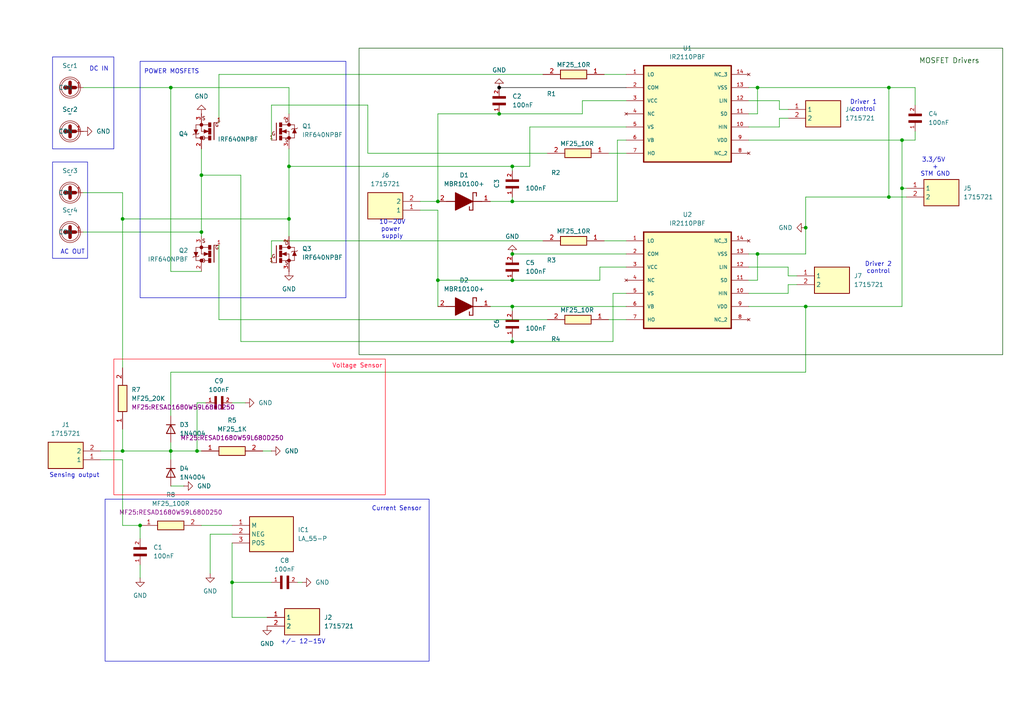
<source format=kicad_sch>
(kicad_sch (version 20231120) (generator "eeschema") (generator_version "8.0")
  (paper "A4")
  (lib_symbols
    (symbol "1715721:1715721"
      (property "Reference" "J" (at 16.51 7.62 0))
      (property "Value" "1715721" (at 16.51 5.08 0))
      (symbol "1715721_1_1"
        (pin passive line (at 0 0 0) (length 5.08) (name "1") (number "1"))
        (pin passive line (at 0 -2.54 0) (length 5.08) (name "2") (number "2"))
      )
    )
    (symbol "B32529C1104K000:B32529C1104K000" (pin_names (offset 1.016))
      (property "Reference" "C" (at 0 3.8109 0))
      (property "Value" "B32529C1104K000" (at 0 -5.0885 0))
      (symbol "B32529C1104K000_0_0"
        (pin passive line (at -2.54 0 0) (length 2.54) (name "~") (number "1"))
        (pin passive line (at 5.08 0 180) (length 2.54) (name "~") (number "2"))
      )
    )
    (symbol "Diode:1N4004" (pin_numbers hide) (pin_names hide)
      (property "Reference" "D" (at 0 2.54 0))
      (property "Value" "1N4004" (at 0 -2.54 0))
      (symbol "1N4004_1_1"
        (pin passive line (at -3.81 0 0) (length 2.54) (name "K") (number "1"))
        (pin passive line (at 3.81 0 180) (length 2.54) (name "A") (number "2"))
      )
    )
    (symbol "IR2110PBF:IR2110PBF" (pin_names (offset 1.016))
      (property "Reference" "U" (at -4.4455 23.1927 0))
      (property "Value" "IR2110PBF" (at -3.0018 -32.8675 0))
      (symbol "IR2110PBF_0_0"
        (pin output line (at -17.78 11.43 0) (length 5.08) (name "LO") (number "1"))
        (pin input line (at 17.78 -3.81 180) (length 5.08) (name "HIN") (number "10"))
        (pin input line (at 17.78 0 180) (length 5.08) (name "SD") (number "11"))
        (pin input line (at 17.78 3.81 180) (length 5.08) (name "LIN") (number "12"))
        (pin power_in line (at 17.78 7.62 180) (length 5.08) (name "VSS") (number "13"))
        (pin no_connect line (at 17.78 11.43 180) (length 5.08) (name "NC_3") (number "14"))
        (pin passive line (at -17.78 7.62 0) (length 5.08) (name "COM") (number "2"))
        (pin power_in line (at -17.78 3.81 0) (length 5.08) (name "VCC") (number "3"))
        (pin no_connect line (at -17.78 0 0) (length 5.08) (name "NC") (number "4"))
        (pin power_in line (at -17.78 -3.81 0) (length 5.08) (name "VS") (number "5"))
        (pin power_in line (at -17.78 -7.62 0) (length 5.08) (name "VB") (number "6"))
        (pin output line (at -17.78 -11.43 0) (length 5.08) (name "HO") (number "7"))
        (pin no_connect line (at 17.78 -11.43 180) (length 5.08) (name "NC_2") (number "8"))
        (pin power_in line (at 17.78 -7.62 180) (length 5.08) (name "VDD") (number "9"))
      )
    )
    (symbol "IRF640NPBF:IRF640NPBF" (pin_names (offset 1.016))
      (property "Reference" "Q" (at 6.361 0 0))
      (property "Value" "IRF640NPBF" (at 6.351 -2.5404 0))
      (symbol "IRF640NPBF_0_0"
        (text "D" (at 1.2714 2.5428 0) (effects (font (size 1.0171 1.0171)) (justify left bottom)))
        (text "G" (at -2.543 -1.2715 0) (effects (font (size 1.0172 1.0172)) (justify left bottom)))
        (text "S" (at 1.2724 -3.181 0) (effects (font (size 1.0179 1.0179)) (justify left bottom)))
        (pin passive line (at -2.54 -2.54 0) (length 0) (name "~") (number "1"))
        (pin passive line (at 2.54 5.08 270) (length 2.54) (name "~") (number "2"))
        (pin passive line (at 2.54 -5.08 90) (length 2.54) (name "~") (number "3"))
      )
    )
    (symbol "LA_55-P:LA_55-P"
      (property "Reference" "IC" (at 19.05 7.62 0))
      (property "Value" "LA_55-P" (at 19.05 5.08 0))
      (symbol "LA_55-P_1_1"
        (pin passive line (at 0 0 0) (length 5.08) (name "M") (number "1"))
        (pin passive line (at 0 -2.54 0) (length 5.08) (name "NEG") (number "2"))
        (pin passive line (at 0 -5.08 0) (length 5.08) (name "POS") (number "3"))
      )
    )
    (symbol "MBR10100+:MBR10100+" (pin_names hide)
      (property "Reference" "D" (at 12.7 8.89 0))
      (property "Value" "MBR10100+" (at 12.7 6.35 0))
      (symbol "MBR10100+_1_1"
        (pin passive line (at 2.54 0 0) (length 2.54) (name "K") (number "1"))
        (pin passive line (at 17.78 0 180) (length 2.54) (name "A") (number "2"))
      )
    )
    (symbol "MF25_10R:MF25_10R" (pin_names hide)
      (property "Reference" "R" (at 13.97 6.35 0))
      (property "Value" "MF25_10R" (at 13.97 3.81 0))
      (property "Footprint" "MF25:RESAD1680W59L680D250" (at 13.97 -96.19 0))
      (symbol "MF25_10R_1_1"
        (pin passive line (at 0 0 0) (length 5.08) (name "1") (number "1"))
        (pin passive line (at 17.78 0 180) (length 5.08) (name "2") (number "2"))
      )
    )
    (symbol "Screw_6mm_1"
      (property "Reference" "Scr" (at 0 5.08 0))
      (symbol "Screw_6mm_1_1_1"
        (pin input line (at 3.81 0 180) (length 2.54) (name "CON") (number "1"))
      )
    )
    (symbol "power:GND" (power) (pin_numbers hide) (pin_names (offset 0) hide)
      (property "Value" "GND" (at 0 -3.81 0))
      (symbol "GND_1_1"
        (pin power_in line (at 0 0 270) (length 0) (name "~") (number "1"))
      )
    )
  )
  (junction (at 83.82 48.26))
  (junction (at 144.78 33.02))
  (junction (at 58.42 50.8))
  (junction (at 257.81 57.15))
  (junction (at 57.15 130.81))
  (junction (at 261.62 54.61))
  (junction (at 40.64 152.4))
  (junction (at 233.68 88.9))
  (junction (at 67.31 168.91))
  (junction (at 144.78 25.4) (color 0 0 0 1))
  (junction (at 35.56 63.5))
  (junction (at 148.59 58.42))
  (junction (at 148.59 48.26))
  (junction (at 257.81 25.4))
  (junction (at 148.59 73.66))
  (junction (at 148.59 99.06))
  (junction (at 49.53 130.81))
  (junction (at 127 81.28))
  (junction (at 219.71 25.4))
  (junction (at 233.68 66.04))
  (junction (at 148.59 88.9))
  (junction (at 219.71 73.66))
  (junction (at 261.62 40.64))
  (junction (at 83.82 63.5))
  (junction (at 58.42 67.31))
  (junction (at 127 58.42))
  (junction (at 148.59 81.28))
  (junction (at 49.53 25.4))
  (junction (at 35.56 130.81))
  (wire (pts (xy 63.5 71.12) (xy 63.5 92.71)))
  (wire (pts (xy 148.59 48.26) (xy 148.59 49.53)))
  (wire (pts (xy 69.85 99.06) (xy 69.85 50.8)))
  (wire (pts (xy 179.07 40.64) (xy 181.61 40.64)))
  (wire (pts (xy 217.17 81.28) (xy 219.71 81.28)))
  (wire (pts (xy 148.59 48.26) (xy 153.67 48.26)))
  (wire (pts (xy 148.59 99.06) (xy 177.8 99.06)))
  (wire (pts (xy 233.68 88.9) (xy 233.68 107.95)))
  (wire (pts (xy 49.53 78.74) (xy 58.42 78.74)))
  (wire (pts (xy 181.61 29.21) (xy 168.91 29.21)))
  (wire (pts (xy 40.64 152.4) (xy 40.64 156.21)))
  (wire (pts (xy 233.68 88.9) (xy 261.62 88.9)))
  (wire (pts (xy 168.91 33.02) (xy 144.78 33.02)))
  (wire (pts (xy 49.53 25.4) (xy 49.53 78.74)))
  (wire (pts (xy 226.06 36.83) (xy 217.17 36.83)))
  (wire (pts (xy 148.59 88.9) (xy 181.61 88.9)))
  (wire (pts (xy 226.06 36.83) (xy 226.06 34.29)))
  (wire (pts (xy 219.71 81.28) (xy 219.71 73.66)))
  (wire (pts (xy 228.6 82.55) (xy 231.14 82.55)))
  (wire (pts (xy 142.24 88.9) (xy 148.59 88.9)))
  (wire (pts (xy 106.68 30.48) (xy 106.68 44.45)))
  (wire (pts (xy 35.56 133.35) (xy 35.56 152.4)))
  (wire (pts (xy 148.59 73.66) (xy 181.61 73.66)))
  (wire (pts (xy 179.07 58.42) (xy 179.07 40.64)))
  (wire (pts (xy 228.6 80.01) (xy 228.6 77.47)))
  (wire (pts (xy 257.81 57.15) (xy 233.68 57.15)))
  (wire (pts (xy 148.59 97.79) (xy 148.59 99.06)))
  (wire (pts (xy 49.53 107.95) (xy 233.68 107.95)))
  (wire (pts (xy 67.31 157.48) (xy 67.31 168.91)))
  (wire (pts (xy 265.43 25.4) (xy 257.81 25.4)))
  (wire (pts (xy 121.92 60.96) (xy 127 60.96)))
  (wire (pts (xy 261.62 54.61) (xy 262.89 54.61)))
  (wire (pts (xy 148.59 58.42) (xy 179.07 58.42)))
  (wire (pts (xy 219.71 73.66) (xy 233.68 73.66)))
  (wire (pts (xy 127 60.96) (xy 127 81.28)))
  (wire (pts (xy 157.48 21.59) (xy 63.5 21.59)))
  (wire (pts (xy 35.56 55.88) (xy 35.56 63.5)))
  (wire (pts (xy 127 33.02) (xy 144.78 33.02)))
  (wire (pts (xy 49.53 107.95) (xy 49.53 120.65)))
  (wire (pts (xy 233.68 66.04) (xy 233.68 73.66)))
  (wire (pts (xy 257.81 25.4) (xy 257.81 57.15)))
  (wire (pts (xy 181.61 77.47) (xy 173.99 77.47)))
  (wire (pts (xy 228.6 82.55) (xy 228.6 85.09)))
  (wire (pts (xy 226.06 29.21) (xy 226.06 31.75)))
  (wire (pts (xy 35.56 152.4) (xy 40.64 152.4)))
  (wire (pts (xy 87.63 168.91) (xy 86.36 168.91)))
  (wire (pts (xy 158.75 44.45) (xy 106.68 44.45)))
  (wire (pts (xy 78.74 130.81) (xy 76.2 130.81)))
  (wire (pts (xy 233.68 57.15) (xy 233.68 66.04)))
  (wire (pts (xy 77.47 179.07) (xy 67.31 179.07)))
  (wire (pts (xy 261.62 40.64) (xy 265.43 40.64)))
  (wire (pts (xy 78.74 30.48) (xy 78.74 40.64)))
  (wire (pts (xy 148.59 57.15) (xy 148.59 58.42)))
  (wire (pts (xy 217.17 33.02) (xy 219.71 33.02)))
  (wire (pts (xy 127 81.28) (xy 148.59 81.28)))
  (wire (pts (xy 121.92 58.42) (xy 127 58.42)))
  (wire (pts (xy 78.74 76.2) (xy 78.74 69.85)))
  (wire (pts (xy 35.56 124.46) (xy 35.56 130.81)))
  (wire (pts (xy 83.82 63.5) (xy 83.82 68.58)))
  (wire (pts (xy 59.69 116.84) (xy 57.15 116.84)))
  (wire (pts (xy 228.6 77.47) (xy 217.17 77.47)))
  (wire (pts (xy 49.53 130.81) (xy 57.15 130.81)))
  (wire (pts (xy 24.13 25.4) (xy 49.53 25.4)))
  (wire (pts (xy 265.43 38.1) (xy 265.43 40.64)))
  (wire (pts (xy 57.15 116.84) (xy 57.15 130.81)))
  (wire (pts (xy 24.13 67.31) (xy 58.42 67.31)))
  (wire (pts (xy 40.64 163.83) (xy 40.64 167.64)))
  (wire (pts (xy 29.21 130.81) (xy 35.56 130.81)))
  (wire (pts (xy 67.31 168.91) (xy 78.74 168.91)))
  (wire (pts (xy 69.85 99.06) (xy 148.59 99.06)))
  (wire (pts (xy 142.24 58.42) (xy 148.59 58.42)))
  (wire (pts (xy 67.31 116.84) (xy 71.12 116.84)))
  (wire (pts (xy 181.61 85.09) (xy 177.8 85.09)))
  (wire (pts (xy 49.53 130.81) (xy 49.53 133.35)))
  (wire (pts (xy 226.06 31.75) (xy 228.6 31.75)))
  (wire (pts (xy 265.43 30.48) (xy 265.43 25.4)))
  (wire (pts (xy 83.82 48.26) (xy 83.82 63.5)))
  (wire (pts (xy 58.42 50.8) (xy 58.42 67.31)))
  (wire (pts (xy 217.17 25.4) (xy 219.71 25.4)))
  (wire (pts (xy 173.99 81.28) (xy 148.59 81.28)))
  (wire (pts (xy 219.71 25.4) (xy 257.81 25.4)))
  (wire (pts (xy 226.06 34.29) (xy 228.6 34.29)))
  (wire (pts (xy 63.5 92.71) (xy 158.75 92.71)))
  (wire (pts (xy 78.74 69.85) (xy 157.48 69.85)))
  (wire (pts (xy 217.17 29.21) (xy 226.06 29.21)))
  (wire (pts (xy 127 58.42) (xy 127 33.02)))
  (wire (pts (xy 35.56 130.81) (xy 49.53 130.81)))
  (wire (pts (xy 153.67 36.83) (xy 153.67 48.26)))
  (wire (pts (xy 49.53 25.4) (xy 83.82 25.4)))
  (wire (pts (xy 177.8 85.09) (xy 177.8 99.06)))
  (wire (pts (xy 217.17 40.64) (xy 261.62 40.64)))
  (wire (pts (xy 261.62 54.61) (xy 261.62 40.64)))
  (wire (pts (xy 175.26 21.59) (xy 181.61 21.59)))
  (wire (pts (xy 127 81.28) (xy 127 88.9)))
  (wire (pts (xy 262.89 57.15) (xy 257.81 57.15)))
  (wire (pts (xy 173.99 77.47) (xy 173.99 81.28)))
  (wire (pts (xy 58.42 152.4) (xy 67.31 152.4)))
  (wire (pts (xy 83.82 43.18) (xy 83.82 48.26)))
  (wire (pts (xy 261.62 54.61) (xy 261.62 88.9)))
  (wire (pts (xy 49.53 128.27) (xy 49.53 130.81)))
  (wire (pts (xy 60.96 166.37) (xy 60.96 154.94)))
  (wire (pts (xy 63.5 21.59) (xy 63.5 35.56)))
  (wire (pts (xy 217.17 85.09) (xy 228.6 85.09)))
  (wire (pts (xy 60.96 154.94) (xy 67.31 154.94)))
  (wire (pts (xy 144.78 25.4) (xy 181.61 25.4)) (stroke (width 0) (color 0 0 0 1)))
  (wire (pts (xy 217.17 73.66) (xy 219.71 73.66)))
  (wire (pts (xy 176.53 44.45) (xy 181.61 44.45)))
  (wire (pts (xy 168.91 29.21) (xy 168.91 33.02)))
  (wire (pts (xy 29.21 133.35) (xy 35.56 133.35)))
  (wire (pts (xy 176.53 92.71) (xy 181.61 92.71)))
  (wire (pts (xy 49.53 140.97) (xy 53.34 140.97)))
  (wire (pts (xy 24.13 55.88) (xy 35.56 55.88)))
  (wire (pts (xy 58.42 67.31) (xy 58.42 68.58)))
  (wire (pts (xy 83.82 33.02) (xy 83.82 25.4)))
  (wire (pts (xy 83.82 48.26) (xy 148.59 48.26)))
  (wire (pts (xy 78.74 30.48) (xy 106.68 30.48)))
  (wire (pts (xy 148.59 90.17) (xy 148.59 88.9)))
  (wire (pts (xy 228.6 80.01) (xy 231.14 80.01)))
  (wire (pts (xy 219.71 33.02) (xy 219.71 25.4)))
  (wire (pts (xy 58.42 50.8) (xy 69.85 50.8)))
  (wire (pts (xy 181.61 36.83) (xy 153.67 36.83)))
  (wire (pts (xy 58.42 130.81) (xy 57.15 130.81)))
  (wire (pts (xy 175.26 69.85) (xy 181.61 69.85)))
  (wire (pts (xy 35.56 63.5) (xy 35.56 106.68)))
  (wire (pts (xy 58.42 43.18) (xy 58.42 50.8)))
  (wire (pts (xy 35.56 63.5) (xy 83.82 63.5)))
  (wire (pts (xy 217.17 88.9) (xy 233.68 88.9)))
  (wire (pts (xy 67.31 179.07) (xy 67.31 168.91)))
  (rectangle (start 15.24 16.51) (end 33.02 43.18))
  (rectangle (start 40.64 17.78) (end 100.33 86.36))
  (rectangle (start 33.02 104.14) (end 111.76 143.51) (stroke (width 0) (color 255 0 15 1)))
  (rectangle (start 104.14 13.97) (end 290.83 102.87) (stroke (width 0) (color 5 77 0 1)))
  (rectangle (start 15.24 46.99) (end 25.4 74.93))
  (rectangle (start 30.48 144.78) (end 124.46 191.77))
  (text "Sensing output\n" (at 21.59 137.922 0) (effects (font (size 1.27 1.27))))
  (text "POWER MOSFETS\n" (at 49.784 20.828 0) (effects (font (size 1.27 1.27))))
  (text "AC OUT\n" (at 21.082 73.152 0) (effects (font (size 1.27 1.27))))
  (text "+/- 12-15V\n" (at 87.884 186.182 0) (effects (font (size 1.27 1.27))))
  (text "Driver 1\ncontrol" (at 250.444 30.734 0) (effects (font (size 1.27 1.27))))
  (text "MOSFET Drivers\n" (at 275.336 17.78 0) (effects (font (size 1.5 1.5))))
  (text "3.3/5V \n+\nSTM GND" (at 271.272 48.514 0) (effects (font (size 1.27 1.27))))
  (text "Current Sensor" (at 115.062 147.574 0) (effects (font (size 1.27 1.27))))
  (text "Driver 2\ncontrol" (at 254.762 77.724 0) (effects (font (size 1.27 1.27))))
  (text "DC IN\n" (at 28.702 20.066 0) (effects (font (size 1.27 1.27))))
  (text "10-20V\npower \nsupply" (at 113.792 66.548 0) (effects (font (size 1.27 1.27))))
  (text "Voltage Sensor\n" (at 103.632 106.172 0) (effects (font (size 1.27 1.27))))
  (symbol (lib_id "MF25_10R:MF25_10R") (at 175.26 21.59 180) (unit 1)
    (property "Reference" "R1" (at 161.29 27.94 0) (effects (justify left top)))
    (property "Value" "MF25_10R" (at 166.37 18.796 0))
    (property "Footprint" "MF25:RESAD1680W59L680D250" (at 161.29 -74.6 0) (effects (justify left top)))
    (property "Description" "RES, 10R, 1%, 250MW, AXIAL, METAL FILM" (effects (hide yes)))
    (property "Manufacturer_Name" "Multicomp Pro" (effects (hide yes)))
    (property "Manufacturer_Part_Number" "MF25 10R" (effects (hide yes)))
  )
  (symbol (lib_id "IR2110PBF:IR2110PBF") (at 199.39 81.28 0) (unit 1)
    (property "Reference" "U2" (at 199.39 62.23 0))
    (property "Value" "IR2110PBF" (at 199.39 64.77 0))
    (property "Footprint" "IR2110PBF:DIP254P762X533-14" (effects (hide yes)))
    (property "MF" "Infineon" (effects (hide yes)))
    (property "Description_1" "\nHigh and Low Side Driver, All High Voltage Pins On One Side, Separate Logic and Power Ground, Shut-Down\n" (effects (hide yes)))
    (property "PACKAGE" "PDIP-14" (effects (hide yes)))
    (property "MPN" "IR2110PBF" (effects (hide yes)))
    (property "Price" "None" (effects (hide yes)))
    (property "Package" "DIP-14 Infineon" (effects (hide yes)))
    (property "OC_FARNELL" "8638837" (effects (hide yes)))
    (property "SnapEDA_Link" "https://www.snapeda.com/parts/IR2110PBF/Infineon+Technologies/view-part/?ref=snap" (effects (hide yes)))
    (property "MP" "IR2110PBF" (effects (hide yes)))
    (property "Purchase-URL" "https://www.snapeda.com/api/url_track_click_mouser/?unipart_id=547122&manufacturer=Infineon&part_name=IR2110PBF&search_term=ir2110pbf" (effects (hide yes)))
    (property "SUPPLIER" "INTERNATIONAL RECTIFIER" (effects (hide yes)))
    (property "OC_NEWARK" "63J7859" (effects (hide yes)))
    (property "Availability" "In Stock" (effects (hide yes)))
    (property "Check_prices" "https://www.snapeda.com/parts/IR2110PBF/Infineon+Technologies/view-part/?ref=eda" (effects (hide yes)))
  )
  (symbol (lib_id "MF25_10R:MF25_10R") (at 58.42 130.81 0) (unit 1)
    (property "Reference" "R5" (at 67.31 121.92 0))
    (property "Value" "MF25_1K" (at 67.31 124.46 0))
    (property "Footprint" "MF25:RESAD1680W59L680D250" (at 67.31 127 0))
    (property "Description" "RES, 10R, 1%, 250MW, AXIAL, METAL FILM" (effects (hide yes)))
    (property "Manufacturer_Name" "Multicomp Pro" (effects (hide yes)))
    (property "Manufacturer_Part_Number" "MF25 10R" (effects (hide yes)))
  )
  (symbol (lib_id "1715721:1715721") (at 77.47 179.07 0) (unit 1)
    (property "Reference" "J2" (at 93.98 179.0699 0) (effects (justify left)))
    (property "Value" "1715721" (at 93.98 181.6099 0) (effects (justify left)))
    (property "Footprint" "KiCad:1715721" (effects (hide yes)))
    (property "Datasheet" "http://www.phoenixcontact.com/de/produkte/1715721/pdf" (effects (hide yes)))
    (property "Description" "PCB terminal block, nominal current: 17.5 A, rated voltage (III/2): 400 V, nominal cross section: 1.5 mm?, Number of potentials: 2, Number of rows: 1, Number of positions per row: 2, product range: MKDS 1,5, pitch: 5.08 mm, connection method: Screw connection with tension sleeve, mounting: Wave soldering, conductor/PCB connection direction: 0 ?, color: green, Pin layout: Linear pinning, Solder pin [P]: 3.5 mm, type of packaging: packed in cardboard. The article can be aligned to create different nos. of pos" (effects (hide yes)))
    (property "MF" "Phoenix Contact" (effects (hide yes)))
    (property "MAXIMUM_PACKAGE_HEIGHT" "13.95mm" (effects (hide yes)))
    (property "Package" "None" (effects (hide yes)))
    (property "Price" "None" (effects (hide yes)))
    (property "Check_prices" "https://www.snapeda.com/parts/1715721/Phoenix+Contact/view-part/?ref=eda" (effects (hide yes)))
    (property "STANDARD" "Manufacturer Recommendations" (effects (hide yes)))
    (property "PARTREV" "27.04.2017" (effects (hide yes)))
    (property "SnapEDA_Link" "https://www.snapeda.com/parts/1715721/Phoenix+Contact/view-part/?ref=snap" (effects (hide yes)))
    (property "MP" "1715721" (effects (hide yes)))
    (property "Purchase-URL" "https://www.snapeda.com/api/url_track_click_mouser/?unipart_id=51566&manufacturer=Phoenix Contact&part_name=1715721&search_term=1715721" (effects (hide yes)))
    (property "Description_1" "\nPCB Terminal Screw 5.08mm 16AWG 400V 17.5A 2 Position COMBICON MKDS Series | Phoenix Contact 1715721\n" (effects (hide yes)))
    (property "Availability" "In Stock" (effects (hide yes)))
    (property "MANUFACTURER" "Phoenix Contact" (effects (hide yes)))
    (property "Height" "13.95" (effects (hide yes)))
    (property "Mouser Part Number" "651-1715721" (effects (hide yes)))
    (property "Mouser Price/Stock" "https://www.mouser.co.uk/ProductDetail/Phoenix-Contact/1715721?qs=BYlwlsDsB%2FqgmKyTCSucHg%3D%3D" (effects (hide yes)))
    (property "Manufacturer_Name" "Phoenix Contact" (effects (hide yes)))
    (property "Manufacturer_Part_Number" "1715721" (effects (hide yes)))
  )
  (symbol (lib_id "power:GND") (at 60.96 166.37 0) (unit 1)
    (property "Reference" "#PWR09" (effects (hide yes)))
    (property "Value" "GND" (at 60.96 171.45 0))
    (property "Description" "Power symbol creates a global label with name \"GND\" , ground" (effects (hide yes)))
  )
  (symbol (lib_id "B32529C1104K000:B32529C1104K000") (at 144.78 30.48 90) (unit 1)
    (property "Reference" "C2" (at 148.59 27.9399 90) (effects (justify right)))
    (property "Value" "100nF" (at 148.59 30.4799 90) (effects (justify right)))
    (property "Footprint" "B32529C1104K000:CAPRR500W50L730T250H650" (effects (hide yes)))
    (property "MF" "EPCOS" (effects (hide yes)))
    (property "MAXIMUM_PACKAGE_HEIGHT" "0.0 mm" (effects (hide yes)))
    (property "Package" "Radial EPCOS - TDK Electronics" (effects (hide yes)))
    (property "Price" "None" (effects (hide yes)))
    (property "Check_prices" "https://www.snapeda.com/parts/B32529C1104K000/EPCOS/view-part/?ref=eda" (effects (hide yes)))
    (property "STANDARD" "IPC-7351B" (effects (hide yes)))
    (property "PARTREV" "2020-06" (effects (hide yes)))
    (property "SnapEDA_Link" "https://www.snapeda.com/parts/B32529C1104K000/EPCOS/view-part/?ref=snap" (effects (hide yes)))
    (property "MP" "B32529C1104K000" (effects (hide yes)))
    (property "Purchase-URL" "https://www.snapeda.com/api/url_track_click_mouser/?unipart_id=2284668&manufacturer=EPCOS&part_name=B32529C1104K000&search_term=b32529c1104k000" (effects (hide yes)))
    (property "Description_1" "\n0.1 µF Film Capacitor 63V 100V Polyester, Polyethylene Terephthalate (PET), Metallized - Stacked Radial\n" (effects (hide yes)))
    (property "Availability" "In Stock" (effects (hide yes)))
    (property "MANUFACTURER" "TDK" (effects (hide yes)))
    (property "RS_Components_1358304_Purchase_URL" "https://www.snapeda.com/api/url_track_click/https%253A//uk.rs-online.com/web/p/film-capacitors/1358304//%253Futm_campaign%253Dbuynow%2526utm_medium%253Daggregator%2526utm_source%253Dsnapeda%2526cm_mmc%253Daff-_-uk-_-snapeda-_-1358304/?unipart_id=2284668&manufacturer=EPCOS&part_name=B32529C1104K000&search_term=b32529c1104k000" (effects (hide yes)))
    (property "RS_Components_8961332P_Purchase_URL" "https://www.snapeda.com/api/url_track_click/https%253A//uk.rs-online.com/web/p/film-capacitors/8961332p//%253Futm_campaign%253Dbuynow%2526utm_medium%253Daggregator%2526utm_source%253Dsnapeda%2526cm_mmc%253Daff-_-uk-_-snapeda-_-8961332P/?unipart_id=2284668&manufacturer=EPCOS&part_name=B32529C1104K000&search_term=b32529c1104k000" (effects (hide yes)))
    (property "RS_Components_8961332_Purchase_URL" "https://www.snapeda.com/api/url_track_click/https%253A//uk.rs-online.com/web/p/film-capacitors/8961332//%253Futm_campaign%253Dbuynow%2526utm_medium%253Daggregator%2526utm_source%253Dsnapeda%2526cm_mmc%253Daff-_-uk-_-snapeda-_-8961332/?unipart_id=2284668&manufacturer=EPCOS&part_name=B32529C1104K000&search_term=b32529c1104k000" (effects (hide yes)))
  )
  (symbol (lib_id "MF25_10R:MF25_10R") (at 176.53 92.71 180) (unit 1)
    (property "Reference" "R4" (at 162.56 99.06 0) (effects (justify left top)))
    (property "Value" "MF25_10R" (at 167.386 89.916 0))
    (property "Footprint" "MF25:RESAD1680W59L680D250" (at 162.56 -3.48 0) (effects (justify left top)))
    (property "Description" "RES, 10R, 1%, 250MW, AXIAL, METAL FILM" (effects (hide yes)))
    (property "Manufacturer_Name" "Multicomp Pro" (effects (hide yes)))
    (property "Manufacturer_Part_Number" "MF25 10R" (effects (hide yes)))
  )
  (symbol (lib_id "1715721:1715721") (at 262.89 54.61 0) (unit 1)
    (property "Reference" "J5" (at 279.4 54.6099 0) (effects (justify left)))
    (property "Value" "1715721" (at 279.4 57.1499 0) (effects (justify left)))
    (property "Footprint" "KiCad:1715721" (effects (hide yes)))
    (property "Datasheet" "http://www.phoenixcontact.com/de/produkte/1715721/pdf" (effects (hide yes)))
    (property "Description" "PCB terminal block, nominal current: 17.5 A, rated voltage (III/2): 400 V, nominal cross section: 1.5 mm?, Number of potentials: 2, Number of rows: 1, Number of positions per row: 2, product range: MKDS 1,5, pitch: 5.08 mm, connection method: Screw connection with tension sleeve, mounting: Wave soldering, conductor/PCB connection direction: 0 ?, color: green, Pin layout: Linear pinning, Solder pin [P]: 3.5 mm, type of packaging: packed in cardboard. The article can be aligned to create different nos. of pos" (effects (hide yes)))
    (property "MF" "Phoenix Contact" (effects (hide yes)))
    (property "MAXIMUM_PACKAGE_HEIGHT" "13.95mm" (effects (hide yes)))
    (property "Package" "None" (effects (hide yes)))
    (property "Price" "None" (effects (hide yes)))
    (property "Check_prices" "https://www.snapeda.com/parts/1715721/Phoenix+Contact/view-part/?ref=eda" (effects (hide yes)))
    (property "STANDARD" "Manufacturer Recommendations" (effects (hide yes)))
    (property "PARTREV" "27.04.2017" (effects (hide yes)))
    (property "SnapEDA_Link" "https://www.snapeda.com/parts/1715721/Phoenix+Contact/view-part/?ref=snap" (effects (hide yes)))
    (property "MP" "1715721" (effects (hide yes)))
    (property "Purchase-URL" "https://www.snapeda.com/api/url_track_click_mouser/?unipart_id=51566&manufacturer=Phoenix Contact&part_name=1715721&search_term=1715721" (effects (hide yes)))
    (property "Description_1" "\nPCB Terminal Screw 5.08mm 16AWG 400V 17.5A 2 Position COMBICON MKDS Series | Phoenix Contact 1715721\n" (effects (hide yes)))
    (property "Availability" "In Stock" (effects (hide yes)))
    (property "MANUFACTURER" "Phoenix Contact" (effects (hide yes)))
    (property "Height" "13.95" (effects (hide yes)))
    (property "Mouser Part Number" "651-1715721" (effects (hide yes)))
    (property "Mouser Price/Stock" "https://www.mouser.co.uk/ProductDetail/Phoenix-Contact/1715721?qs=BYlwlsDsB%2FqgmKyTCSucHg%3D%3D" (effects (hide yes)))
    (property "Manufacturer_Name" "Phoenix Contact" (effects (hide yes)))
    (property "Manufacturer_Part_Number" "1715721" (effects (hide yes)))
  )
  (symbol (lib_id "power:GND") (at 53.34 140.97 90) (unit 1)
    (property "Reference" "#PWR014" (effects (hide yes)))
    (property "Value" "GND" (at 57.15 140.9699 90) (effects (justify right)))
    (property "Description" "Power symbol creates a global label with name \"GND\" , ground" (effects (hide yes)))
  )
  (symbol (lib_id "LA_55-P:LA_55-P") (at 67.31 152.4 0) (unit 1)
    (property "Reference" "IC1" (at 86.36 153.6699 0) (effects (justify left)))
    (property "Value" "LA_55-P" (at 86.36 156.2099 0) (effects (justify left)))
    (property "Footprint" "LA_55-P:LA55-P" (effects (hide yes)))
    (property "Datasheet" "https://datasheet.datasheetarchive.com/originals/distributors/Datasheets-16/DSA-314841.pdf" (effects (hide yes)))
    (property "Description" "Closed Loop Hall Effect Current Transducer, 0 to 70 A, 12 to 15 V" (effects (hide yes)))
    (property "Manufacturer_Name" "LEM" (effects (hide yes)))
    (property "Manufacturer_Part_Number" "LA 55-P" (effects (hide yes)))
  )
  (symbol (lib_id "MF25_10R:MF25_10R") (at 35.56 124.46 90) (unit 1)
    (property "Reference" "R7" (at 38.1 113.0299 90) (effects (justify right)))
    (property "Value" "MF25_20K" (at 38.1 115.5699 90) (effects (justify right)))
    (property "Footprint" "MF25:RESAD1680W59L680D250" (at 38.1 118.1099 90) (effects (justify right)))
    (property "Datasheet" "https://componentsearchengine.com/Datasheets/2/MF25 10K.pdf" (effects (hide yes)))
    (property "Description" "RES, 10R, 1%, 250MW, AXIAL, METAL FILM" (effects (hide yes)))
    (property "Manufacturer_Name" "Multicomp Pro" (effects (hide yes)))
    (property "Manufacturer_Part_Number" "MF25 10R" (effects (hide yes)))
  )
  (symbol (lib_id "power:GND") (at 40.64 167.64 0) (unit 1)
    (property "Reference" "#PWR010" (effects (hide yes)))
    (property "Value" "GND" (at 40.64 172.72 0))
    (property "Description" "Power symbol creates a global label with name \"GND\" , ground" (effects (hide yes)))
  )
  (symbol (lib_name "Screw_6mm_1") (lib_id "DCAC_Symbols:Screw_6mm") (at 20.32 55.88 0) (unit 1)
    (property "Reference" "Scr3" (at 20.32 49.53 0))
    (property "Value" "~" (at 20.32 50.8 0))
    (property "Footprint" "MountingHole:MountingHole_6.4mm_M6_Pad_Via" (effects (hide yes)))
  )
  (symbol (lib_id "1715721:1715721") (at 228.6 31.75 0) (unit 1)
    (property "Reference" "J4" (at 245.11 31.7499 0) (effects (justify left)))
    (property "Value" "1715721" (at 245.11 34.2899 0) (effects (justify left)))
    (property "Footprint" "KiCad:1715721" (effects (hide yes)))
    (property "Datasheet" "http://www.phoenixcontact.com/de/produkte/1715721/pdf" (effects (hide yes)))
    (property "Description" "PCB terminal block, nominal current: 17.5 A, rated voltage (III/2): 400 V, nominal cross section: 1.5 mm?, Number of potentials: 2, Number of rows: 1, Number of positions per row: 2, product range: MKDS 1,5, pitch: 5.08 mm, connection method: Screw connection with tension sleeve, mounting: Wave soldering, conductor/PCB connection direction: 0 ?, color: green, Pin layout: Linear pinning, Solder pin [P]: 3.5 mm, type of packaging: packed in cardboard. The article can be aligned to create different nos. of pos" (effects (hide yes)))
    (property "MF" "Phoenix Contact" (effects (hide yes)))
    (property "MAXIMUM_PACKAGE_HEIGHT" "13.95mm" (effects (hide yes)))
    (property "Package" "None" (effects (hide yes)))
    (property "Price" "None" (effects (hide yes)))
    (property "Check_prices" "https://www.snapeda.com/parts/1715721/Phoenix+Contact/view-part/?ref=eda" (effects (hide yes)))
    (property "STANDARD" "Manufacturer Recommendations" (effects (hide yes)))
    (property "PARTREV" "27.04.2017" (effects (hide yes)))
    (property "SnapEDA_Link" "https://www.snapeda.com/parts/1715721/Phoenix+Contact/view-part/?ref=snap" (effects (hide yes)))
    (property "MP" "1715721" (effects (hide yes)))
    (property "Purchase-URL" "https://www.snapeda.com/api/url_track_click_mouser/?unipart_id=51566&manufacturer=Phoenix Contact&part_name=1715721&search_term=1715721" (effects (hide yes)))
    (property "Description_1" "\nPCB Terminal Screw 5.08mm 16AWG 400V 17.5A 2 Position COMBICON MKDS Series | Phoenix Contact 1715721\n" (effects (hide yes)))
    (property "Availability" "In Stock" (effects (hide yes)))
    (property "MANUFACTURER" "Phoenix Contact" (effects (hide yes)))
    (property "Height" "13.95" (effects (hide yes)))
    (property "Mouser Part Number" "651-1715721" (effects (hide yes)))
    (property "Mouser Price/Stock" "https://www.mouser.co.uk/ProductDetail/Phoenix-Contact/1715721?qs=BYlwlsDsB%2FqgmKyTCSucHg%3D%3D" (effects (hide yes)))
    (property "Manufacturer_Name" "Phoenix Contact" (effects (hide yes)))
    (property "Manufacturer_Part_Number" "1715721" (effects (hide yes)))
  )
  (symbol (lib_id "IRF640NPBF:IRF640NPBF") (at 81.28 73.66 0) (unit 1)
    (property "Reference" "Q3" (at 87.63 72.1287 0) (effects (justify left)))
    (property "Value" "IRF640NPBF" (at 87.63 74.6687 0) (effects (justify left)))
    (property "Footprint" "IRF640NPBF:TO220V" (effects (hide yes)))
    (property "MF" "Infineon" (effects (hide yes)))
    (property "Description_1" "\nMOSFET, Power,N-Ch,VDSS 200V,RDS(ON) 0.15Ohm,ID 18A,TO-220AB,PD 150W,VGS +/-20V | Infineon IRF640NPBF\n" (effects (hide yes)))
    (property "Package" "TO-220-3 Infineon" (effects (hide yes)))
    (property "Price" "None" (effects (hide yes)))
    (property "SnapEDA_Link" "https://www.snapeda.com/parts/IRF640NPBF/Infineon+Technologies/view-part/?ref=snap" (effects (hide yes)))
    (property "MP" "IRF640NPBF" (effects (hide yes)))
    (property "Purchase-URL" "https://www.snapeda.com/api/url_track_click_mouser/?unipart_id=308558&manufacturer=Infineon&part_name=IRF640NPBF&search_term=None" (effects (hide yes)))
    (property "Availability" "In Stock" (effects (hide yes)))
    (property "Check_prices" "https://www.snapeda.com/parts/IRF640NPBF/Infineon+Technologies/view-part/?ref=eda" (effects (hide yes)))
  )
  (symbol (lib_name "Screw_6mm_1") (lib_id "DCAC_Symbols:Screw_6mm") (at 20.32 38.1 0) (unit 1)
    (property "Reference" "Scr2" (at 20.32 31.75 0))
    (property "Value" "~" (at 20.32 33.02 0))
    (property "Footprint" "MountingHole:MountingHole_6.4mm_M6_Pad_Via" (effects (hide yes)))
  )
  (symbol (lib_id "B32529C1104K000:B32529C1104K000") (at 148.59 78.74 90) (unit 1)
    (property "Reference" "C5" (at 152.4 76.1999 90) (effects (justify right)))
    (property "Value" "100nF" (at 152.4 78.7399 90) (effects (justify right)))
    (property "Footprint" "B32529C1104K000:CAPRR500W50L730T250H650" (effects (hide yes)))
    (property "MF" "EPCOS" (effects (hide yes)))
    (property "MAXIMUM_PACKAGE_HEIGHT" "0.0 mm" (effects (hide yes)))
    (property "Package" "Radial EPCOS - TDK Electronics" (effects (hide yes)))
    (property "Price" "None" (effects (hide yes)))
    (property "Check_prices" "https://www.snapeda.com/parts/B32529C1104K000/EPCOS/view-part/?ref=eda" (effects (hide yes)))
    (property "STANDARD" "IPC-7351B" (effects (hide yes)))
    (property "PARTREV" "2020-06" (effects (hide yes)))
    (property "SnapEDA_Link" "https://www.snapeda.com/parts/B32529C1104K000/EPCOS/view-part/?ref=snap" (effects (hide yes)))
    (property "MP" "B32529C1104K000" (effects (hide yes)))
    (property "Purchase-URL" "https://www.snapeda.com/api/url_track_click_mouser/?unipart_id=2284668&manufacturer=EPCOS&part_name=B32529C1104K000&search_term=b32529c1104k000" (effects (hide yes)))
    (property "Description_1" "\n0.1 µF Film Capacitor 63V 100V Polyester, Polyethylene Terephthalate (PET), Metallized - Stacked Radial\n" (effects (hide yes)))
    (property "Availability" "In Stock" (effects (hide yes)))
    (property "MANUFACTURER" "TDK" (effects (hide yes)))
    (property "RS_Components_1358304_Purchase_URL" "https://www.snapeda.com/api/url_track_click/https%253A//uk.rs-online.com/web/p/film-capacitors/1358304//%253Futm_campaign%253Dbuynow%2526utm_medium%253Daggregator%2526utm_source%253Dsnapeda%2526cm_mmc%253Daff-_-uk-_-snapeda-_-1358304/?unipart_id=2284668&manufacturer=EPCOS&part_name=B32529C1104K000&search_term=b32529c1104k000" (effects (hide yes)))
    (property "RS_Components_8961332P_Purchase_URL" "https://www.snapeda.com/api/url_track_click/https%253A//uk.rs-online.com/web/p/film-capacitors/8961332p//%253Futm_campaign%253Dbuynow%2526utm_medium%253Daggregator%2526utm_source%253Dsnapeda%2526cm_mmc%253Daff-_-uk-_-snapeda-_-8961332P/?unipart_id=2284668&manufacturer=EPCOS&part_name=B32529C1104K000&search_term=b32529c1104k000" (effects (hide yes)))
    (property "RS_Components_8961332_Purchase_URL" "https://www.snapeda.com/api/url_track_click/https%253A//uk.rs-online.com/web/p/film-capacitors/8961332//%253Futm_campaign%253Dbuynow%2526utm_medium%253Daggregator%2526utm_source%253Dsnapeda%2526cm_mmc%253Daff-_-uk-_-snapeda-_-8961332/?unipart_id=2284668&manufacturer=EPCOS&part_name=B32529C1104K000&search_term=b32529c1104k000" (effects (hide yes)))
  )
  (symbol (lib_id "IRF640NPBF:IRF640NPBF") (at 81.28 38.1 0) (unit 1)
    (property "Reference" "Q1" (at 87.63 36.5687 0) (effects (justify left)))
    (property "Value" "IRF640NPBF" (at 87.63 39.1087 0) (effects (justify left)))
    (property "Footprint" "IRF640NPBF:TO220V" (effects (hide yes)))
    (property "MF" "Infineon" (effects (hide yes)))
    (property "Description_1" "\nMOSFET, Power,N-Ch,VDSS 200V,RDS(ON) 0.15Ohm,ID 18A,TO-220AB,PD 150W,VGS +/-20V | Infineon IRF640NPBF\n" (effects (hide yes)))
    (property "Package" "TO-220-3 Infineon" (effects (hide yes)))
    (property "Price" "None" (effects (hide yes)))
    (property "SnapEDA_Link" "https://www.snapeda.com/parts/IRF640NPBF/Infineon+Technologies/view-part/?ref=snap" (effects (hide yes)))
    (property "MP" "IRF640NPBF" (effects (hide yes)))
    (property "Purchase-URL" "https://www.snapeda.com/api/url_track_click_mouser/?unipart_id=308558&manufacturer=Infineon&part_name=IRF640NPBF&search_term=None" (effects (hide yes)))
    (property "Availability" "In Stock" (effects (hide yes)))
    (property "Check_prices" "https://www.snapeda.com/parts/IRF640NPBF/Infineon+Technologies/view-part/?ref=eda" (effects (hide yes)))
  )
  (symbol (lib_id "power:GND") (at 87.63 168.91 90) (unit 1)
    (property "Reference" "#PWR011" (effects (hide yes)))
    (property "Value" "GND" (at 91.44 168.9099 90) (effects (justify right)))
    (property "Description" "Power symbol creates a global label with name \"GND\" , ground" (effects (hide yes)))
  )
  (symbol (lib_name "Screw_6mm_1") (lib_id "DCAC_Symbols:Screw_6mm") (at 20.32 67.31 0) (unit 1)
    (property "Reference" "Scr4" (at 20.32 60.96 0))
    (property "Value" "~" (at 20.32 62.23 0))
    (property "Footprint" "MountingHole:MountingHole_6.4mm_M6_Pad_Via" (effects (hide yes)))
  )
  (symbol (lib_id "power:GND") (at 233.68 66.04 270) (unit 1)
    (property "Reference" "#PWR04" (effects (hide yes)))
    (property "Value" "GND" (at 229.87 66.0399 90) (effects (justify right)))
    (property "Description" "Power symbol creates a global label with name \"GND\" , ground" (effects (hide yes)))
  )
  (symbol (lib_id "B32529C1104K000:B32529C1104K000") (at 148.59 54.61 90) (unit 1)
    (property "Reference" "C3" (at 144.7791 54.61 0) (effects (justify left bottom)))
    (property "Value" "100nF" (at 152.4 54.6099 90) (effects (justify right)))
    (property "Footprint" "B32529C1104K000:CAPRR500W50L730T250H650" (effects (hide yes)))
    (property "MF" "EPCOS" (effects (hide yes)))
    (property "MAXIMUM_PACKAGE_HEIGHT" "0.0 mm" (effects (hide yes)))
    (property "Package" "Radial EPCOS - TDK Electronics" (effects (hide yes)))
    (property "Price" "None" (effects (hide yes)))
    (property "Check_prices" "https://www.snapeda.com/parts/B32529C1104K000/EPCOS/view-part/?ref=eda" (effects (hide yes)))
    (property "STANDARD" "IPC-7351B" (effects (hide yes)))
    (property "PARTREV" "2020-06" (effects (hide yes)))
    (property "SnapEDA_Link" "https://www.snapeda.com/parts/B32529C1104K000/EPCOS/view-part/?ref=snap" (effects (hide yes)))
    (property "MP" "B32529C1104K000" (effects (hide yes)))
    (property "Purchase-URL" "https://www.snapeda.com/api/url_track_click_mouser/?unipart_id=2284668&manufacturer=EPCOS&part_name=B32529C1104K000&search_term=b32529c1104k000" (effects (hide yes)))
    (property "Description_1" "\n0.1 µF Film Capacitor 63V 100V Polyester, Polyethylene Terephthalate (PET), Metallized - Stacked Radial\n" (effects (hide yes)))
    (property "Availability" "In Stock" (effects (hide yes)))
    (property "MANUFACTURER" "TDK" (effects (hide yes)))
    (property "RS_Components_1358304_Purchase_URL" "https://www.snapeda.com/api/url_track_click/https%253A//uk.rs-online.com/web/p/film-capacitors/1358304//%253Futm_campaign%253Dbuynow%2526utm_medium%253Daggregator%2526utm_source%253Dsnapeda%2526cm_mmc%253Daff-_-uk-_-snapeda-_-1358304/?unipart_id=2284668&manufacturer=EPCOS&part_name=B32529C1104K000&search_term=b32529c1104k000" (effects (hide yes)))
    (property "RS_Components_8961332P_Purchase_URL" "https://www.snapeda.com/api/url_track_click/https%253A//uk.rs-online.com/web/p/film-capacitors/8961332p//%253Futm_campaign%253Dbuynow%2526utm_medium%253Daggregator%2526utm_source%253Dsnapeda%2526cm_mmc%253Daff-_-uk-_-snapeda-_-8961332P/?unipart_id=2284668&manufacturer=EPCOS&part_name=B32529C1104K000&search_term=b32529c1104k000" (effects (hide yes)))
    (property "RS_Components_8961332_Purchase_URL" "https://www.snapeda.com/api/url_track_click/https%253A//uk.rs-online.com/web/p/film-capacitors/8961332//%253Futm_campaign%253Dbuynow%2526utm_medium%253Daggregator%2526utm_source%253Dsnapeda%2526cm_mmc%253Daff-_-uk-_-snapeda-_-8961332/?unipart_id=2284668&manufacturer=EPCOS&part_name=B32529C1104K000&search_term=b32529c1104k000" (effects (hide yes)))
  )
  (symbol (lib_id "B32529C1104K000:B32529C1104K000") (at 62.23 116.84 0) (unit 1)
    (property "Reference" "C9" (at 63.5 110.49 0))
    (property "Value" "100nF" (at 63.5 113.03 0))
    (property "Footprint" "B32529C1104K000:CAPRR500W50L730T250H650" (effects (hide yes)))
    (property "MF" "EPCOS" (effects (hide yes)))
    (property "MAXIMUM_PACKAGE_HEIGHT" "0.0 mm" (effects (hide yes)))
    (property "Package" "Radial EPCOS - TDK Electronics" (effects (hide yes)))
    (property "Price" "None" (effects (hide yes)))
    (property "Check_prices" "https://www.snapeda.com/parts/B32529C1104K000/EPCOS/view-part/?ref=eda" (effects (hide yes)))
    (property "STANDARD" "IPC-7351B" (effects (hide yes)))
    (property "PARTREV" "2020-06" (effects (hide yes)))
    (property "SnapEDA_Link" "https://www.snapeda.com/parts/B32529C1104K000/EPCOS/view-part/?ref=snap" (effects (hide yes)))
    (property "MP" "B32529C1104K000" (effects (hide yes)))
    (property "Purchase-URL" "https://www.snapeda.com/api/url_track_click_mouser/?unipart_id=2284668&manufacturer=EPCOS&part_name=B32529C1104K000&search_term=b32529c1104k000" (effects (hide yes)))
    (property "Description_1" "\n0.1 µF Film Capacitor 63V 100V Polyester, Polyethylene Terephthalate (PET), Metallized - Stacked Radial\n" (effects (hide yes)))
    (property "Availability" "In Stock" (effects (hide yes)))
    (property "MANUFACTURER" "TDK" (effects (hide yes)))
    (property "RS_Components_1358304_Purchase_URL" "https://www.snapeda.com/api/url_track_click/https%253A//uk.rs-online.com/web/p/film-capacitors/1358304//%253Futm_campaign%253Dbuynow%2526utm_medium%253Daggregator%2526utm_source%253Dsnapeda%2526cm_mmc%253Daff-_-uk-_-snapeda-_-1358304/?unipart_id=2284668&manufacturer=EPCOS&part_name=B32529C1104K000&search_term=b32529c1104k000" (effects (hide yes)))
    (property "RS_Components_8961332P_Purchase_URL" "https://www.snapeda.com/api/url_track_click/https%253A//uk.rs-online.com/web/p/film-capacitors/8961332p//%253Futm_campaign%253Dbuynow%2526utm_medium%253Daggregator%2526utm_source%253Dsnapeda%2526cm_mmc%253Daff-_-uk-_-snapeda-_-8961332P/?unipart_id=2284668&manufacturer=EPCOS&part_name=B32529C1104K000&search_term=b32529c1104k000" (effects (hide yes)))
    (property "RS_Components_8961332_Purchase_URL" "https://www.snapeda.com/api/url_track_click/https%253A//uk.rs-online.com/web/p/film-capacitors/8961332//%253Futm_campaign%253Dbuynow%2526utm_medium%253Daggregator%2526utm_source%253Dsnapeda%2526cm_mmc%253Daff-_-uk-_-snapeda-_-8961332/?unipart_id=2284668&manufacturer=EPCOS&part_name=B32529C1104K000&search_term=b32529c1104k000" (effects (hide yes)))
  )
  (symbol (lib_id "power:GND") (at 144.78 25.4 180) (unit 1)
    (property "Reference" "#PWR02" (effects (hide yes)))
    (property "Value" "GND" (at 144.78 20.32 0))
    (property "Description" "Power symbol creates a global label with name \"GND\" , ground" (effects (hide yes)))
  )
  (symbol (lib_id "Diode:1N4004") (at 49.53 137.16 270) (unit 1)
    (property "Reference" "D4" (at 52.07 135.8899 90) (effects (justify left)))
    (property "Value" "1N4004" (at 52.07 138.4299 90) (effects (justify left)))
    (property "Footprint" "Diode_THT:D_DO-41_SOD81_P10.16mm_Horizontal" (effects (hide yes)))
    (property "Datasheet" "http://www.vishay.com/docs/88503/1n4001.pdf" (effects (hide yes)))
    (property "Description" "400V 1A General Purpose Rectifier Diode, DO-41" (effects (hide yes)))
    (property "Sim.Device" "D" (effects (hide yes)))
    (property "Sim.Pins" "1=K 2=A" (effects (hide yes)))
  )
  (symbol (lib_id "MBR10100+:MBR10100+") (at 144.78 88.9 180) (unit 1)
    (property "Reference" "D2" (at 134.62 81.28 0))
    (property "Value" "MBR10100+" (at 134.62 83.82 0))
    (property "Footprint" "MBR10100+:TO490P480X1000X2110-2P" (effects (hide yes)))
    (property "Description" "SCHOTTKY RECTIFIER, 10A, 100V, TO-220AC" (effects (hide yes)))
    (property "Height" "4.8" (effects (hide yes)))
    (property "Manufacturer_Name" "Multicomp Pro" (effects (hide yes)))
    (property "Manufacturer_Part_Number" "MBR10100+" (effects (hide yes)))
  )
  (symbol (lib_id "power:GND") (at 24.13 38.1 90) (unit 1)
    (property "Reference" "#PWR07" (effects (hide yes)))
    (property "Value" "GND" (at 27.94 38.0999 90) (effects (justify right)))
    (property "Description" "Power symbol creates a global label with name \"GND\" , ground" (effects (hide yes)))
  )
  (symbol (lib_id "power:GND") (at 78.74 130.81 90) (unit 1)
    (property "Reference" "#PWR08" (effects (hide yes)))
    (property "Value" "GND" (at 82.55 130.8099 90) (effects (justify right)))
    (property "Description" "Power symbol creates a global label with name \"GND\" , ground" (effects (hide yes)))
  )
  (symbol (lib_id "B32529C1104K000:B32529C1104K000") (at 148.59 95.25 90) (unit 1)
    (property "Reference" "C6" (at 144.7791 95.25 0) (effects (justify left bottom)))
    (property "Value" "100nF" (at 152.4 95.2499 90) (effects (justify right)))
    (property "Footprint" "B32529C1104K000:CAPRR500W50L730T250H650" (effects (hide yes)))
    (property "MF" "EPCOS" (effects (hide yes)))
    (property "MAXIMUM_PACKAGE_HEIGHT" "0.0 mm" (effects (hide yes)))
    (property "Package" "Radial EPCOS - TDK Electronics" (effects (hide yes)))
    (property "Price" "None" (effects (hide yes)))
    (property "Check_prices" "https://www.snapeda.com/parts/B32529C1104K000/EPCOS/view-part/?ref=eda" (effects (hide yes)))
    (property "STANDARD" "IPC-7351B" (effects (hide yes)))
    (property "PARTREV" "2020-06" (effects (hide yes)))
    (property "SnapEDA_Link" "https://www.snapeda.com/parts/B32529C1104K000/EPCOS/view-part/?ref=snap" (effects (hide yes)))
    (property "MP" "B32529C1104K000" (effects (hide yes)))
    (property "Purchase-URL" "https://www.snapeda.com/api/url_track_click_mouser/?unipart_id=2284668&manufacturer=EPCOS&part_name=B32529C1104K000&search_term=b32529c1104k000" (effects (hide yes)))
    (property "Description_1" "\n0.1 µF Film Capacitor 63V 100V Polyester, Polyethylene Terephthalate (PET), Metallized - Stacked Radial\n" (effects (hide yes)))
    (property "Availability" "In Stock" (effects (hide yes)))
    (property "MANUFACTURER" "TDK" (effects (hide yes)))
    (property "RS_Components_1358304_Purchase_URL" "https://www.snapeda.com/api/url_track_click/https%253A//uk.rs-online.com/web/p/film-capacitors/1358304//%253Futm_campaign%253Dbuynow%2526utm_medium%253Daggregator%2526utm_source%253Dsnapeda%2526cm_mmc%253Daff-_-uk-_-snapeda-_-1358304/?unipart_id=2284668&manufacturer=EPCOS&part_name=B32529C1104K000&search_term=b32529c1104k000" (effects (hide yes)))
    (property "RS_Components_8961332P_Purchase_URL" "https://www.snapeda.com/api/url_track_click/https%253A//uk.rs-online.com/web/p/film-capacitors/8961332p//%253Futm_campaign%253Dbuynow%2526utm_medium%253Daggregator%2526utm_source%253Dsnapeda%2526cm_mmc%253Daff-_-uk-_-snapeda-_-8961332P/?unipart_id=2284668&manufacturer=EPCOS&part_name=B32529C1104K000&search_term=b32529c1104k000" (effects (hide yes)))
    (property "RS_Components_8961332_Purchase_URL" "https://www.snapeda.com/api/url_track_click/https%253A//uk.rs-online.com/web/p/film-capacitors/8961332//%253Futm_campaign%253Dbuynow%2526utm_medium%253Daggregator%2526utm_source%253Dsnapeda%2526cm_mmc%253Daff-_-uk-_-snapeda-_-8961332/?unipart_id=2284668&manufacturer=EPCOS&part_name=B32529C1104K000&search_term=b32529c1104k000" (effects (hide yes)))
  )
  (symbol (lib_id "MF25_10R:MF25_10R") (at 176.53 44.45 180) (unit 1)
    (property "Reference" "R2" (at 162.56 50.8 0) (effects (justify left top)))
    (property "Value" "MF25_10R" (at 167.386 41.656 0))
    (property "Footprint" "MF25:RESAD1680W59L680D250" (at 162.56 -51.74 0) (effects (justify left top)))
    (property "Description" "RES, 10R, 1%, 250MW, AXIAL, METAL FILM" (effects (hide yes)))
    (property "Manufacturer_Name" "Multicomp Pro" (effects (hide yes)))
    (property "Manufacturer_Part_Number" "MF25 10R" (effects (hide yes)))
  )
  (symbol (lib_id "power:GND") (at 77.47 181.61 0) (unit 1)
    (property "Reference" "#PWR012" (effects (hide yes)))
    (property "Value" "GND" (at 77.47 186.69 0))
    (property "Description" "Power symbol creates a global label with name \"GND\" , ground" (effects (hide yes)))
  )
  (symbol (lib_id "power:GND") (at 83.82 78.74 0) (unit 1)
    (property "Reference" "#PWR06" (effects (hide yes)))
    (property "Value" "GND" (at 83.82 83.82 0))
    (property "Description" "Power symbol creates a global label with name \"GND\" , ground" (effects (hide yes)))
  )
  (symbol (lib_id "B32529C1104K000:B32529C1104K000") (at 40.64 161.29 90) (unit 1)
    (property "Reference" "C1" (at 44.45 158.7499 90) (effects (justify right)))
    (property "Value" "100nF" (at 44.45 161.2899 90) (effects (justify right)))
    (property "Footprint" "B32529C1104K000:CAPRR500W50L730T250H650" (effects (hide yes)))
    (property "MF" "EPCOS" (effects (hide yes)))
    (property "MAXIMUM_PACKAGE_HEIGHT" "0.0 mm" (effects (hide yes)))
    (property "Package" "Radial EPCOS - TDK Electronics" (effects (hide yes)))
    (property "Price" "None" (effects (hide yes)))
    (property "Check_prices" "https://www.snapeda.com/parts/B32529C1104K000/EPCOS/view-part/?ref=eda" (effects (hide yes)))
    (property "STANDARD" "IPC-7351B" (effects (hide yes)))
    (property "PARTREV" "2020-06" (effects (hide yes)))
    (property "SnapEDA_Link" "https://www.snapeda.com/parts/B32529C1104K000/EPCOS/view-part/?ref=snap" (effects (hide yes)))
    (property "MP" "B32529C1104K000" (effects (hide yes)))
    (property "Purchase-URL" "https://www.snapeda.com/api/url_track_click_mouser/?unipart_id=2284668&manufacturer=EPCOS&part_name=B32529C1104K000&search_term=b32529c1104k000" (effects (hide yes)))
    (property "Description_1" "\n0.1 µF Film Capacitor 63V 100V Polyester, Polyethylene Terephthalate (PET), Metallized - Stacked Radial\n" (effects (hide yes)))
    (property "Availability" "In Stock" (effects (hide yes)))
    (property "MANUFACTURER" "TDK" (effects (hide yes)))
    (property "RS_Components_1358304_Purchase_URL" "https://www.snapeda.com/api/url_track_click/https%253A//uk.rs-online.com/web/p/film-capacitors/1358304//%253Futm_campaign%253Dbuynow%2526utm_medium%253Daggregator%2526utm_source%253Dsnapeda%2526cm_mmc%253Daff-_-uk-_-snapeda-_-1358304/?unipart_id=2284668&manufacturer=EPCOS&part_name=B32529C1104K000&search_term=b32529c1104k000" (effects (hide yes)))
    (property "RS_Components_8961332P_Purchase_URL" "https://www.snapeda.com/api/url_track_click/https%253A//uk.rs-online.com/web/p/film-capacitors/8961332p//%253Futm_campaign%253Dbuynow%2526utm_medium%253Daggregator%2526utm_source%253Dsnapeda%2526cm_mmc%253Daff-_-uk-_-snapeda-_-8961332P/?unipart_id=2284668&manufacturer=EPCOS&part_name=B32529C1104K000&search_term=b32529c1104k000" (effects (hide yes)))
    (property "RS_Components_8961332_Purchase_URL" "https://www.snapeda.com/api/url_track_click/https%253A//uk.rs-online.com/web/p/film-capacitors/8961332//%253Futm_campaign%253Dbuynow%2526utm_medium%253Daggregator%2526utm_source%253Dsnapeda%2526cm_mmc%253Daff-_-uk-_-snapeda-_-8961332/?unipart_id=2284668&manufacturer=EPCOS&part_name=B32529C1104K000&search_term=b32529c1104k000" (effects (hide yes)))
  )
  (symbol (lib_id "power:GND") (at 148.59 73.66 180) (unit 1)
    (property "Reference" "#PWR03" (effects (hide yes)))
    (property "Value" "GND" (at 148.59 68.58 0))
    (property "Description" "Power symbol creates a global label with name \"GND\" , ground" (effects (hide yes)))
  )
  (symbol (lib_id "MF25_10R:MF25_10R") (at 40.64 152.4 0) (unit 1)
    (property "Reference" "R8" (at 49.53 143.51 0))
    (property "Value" "MF25_100R" (at 49.53 146.05 0))
    (property "Footprint" "MF25:RESAD1680W59L680D250" (at 49.53 148.59 0))
    (property "Description" "RES, 10R, 1%, 250MW, AXIAL, METAL FILM" (effects (hide yes)))
    (property "Manufacturer_Name" "Multicomp Pro" (effects (hide yes)))
    (property "Manufacturer_Part_Number" "MF25 10R" (effects (hide yes)))
  )
  (symbol (lib_id "MBR10100+:MBR10100+") (at 144.78 58.42 180) (unit 1)
    (property "Reference" "D1" (at 134.62 50.8 0))
    (property "Value" "MBR10100+" (at 134.62 53.34 0))
    (property "Footprint" "MBR10100+:TO490P480X1000X2110-2P" (effects (hide yes)))
    (property "Description" "SCHOTTKY RECTIFIER, 10A, 100V, TO-220AC" (effects (hide yes)))
    (property "Height" "4.8" (effects (hide yes)))
    (property "Manufacturer_Name" "Multicomp Pro" (effects (hide yes)))
    (property "Manufacturer_Part_Number" "MBR10100+" (effects (hide yes)))
  )
  (symbol (lib_id "IRF640NPBF:IRF640NPBF") (at 60.96 38.1 180) (unit 1)
    (property "Reference" "Q4" (at 54.599 38.1 0) (effects (justify left bottom)))
    (property "Value" "IRF640NPBF" (at 74.93 40.386 0) (effects (justify left)))
    (property "Footprint" "IRF640NPBF:TO220V" (effects (hide yes)))
    (property "MF" "Infineon" (effects (hide yes)))
    (property "Description_1" "\nMOSFET, Power,N-Ch,VDSS 200V,RDS(ON) 0.15Ohm,ID 18A,TO-220AB,PD 150W,VGS +/-20V | Infineon IRF640NPBF\n" (effects (hide yes)))
    (property "Package" "TO-220-3 Infineon" (effects (hide yes)))
    (property "Price" "None" (effects (hide yes)))
    (property "SnapEDA_Link" "https://www.snapeda.com/parts/IRF640NPBF/Infineon+Technologies/view-part/?ref=snap" (effects (hide yes)))
    (property "MP" "IRF640NPBF" (effects (hide yes)))
    (property "Purchase-URL" "https://www.snapeda.com/api/url_track_click_mouser/?unipart_id=308558&manufacturer=Infineon&part_name=IRF640NPBF&search_term=None" (effects (hide yes)))
    (property "Availability" "In Stock" (effects (hide yes)))
    (property "Check_prices" "https://www.snapeda.com/parts/IRF640NPBF/Infineon+Technologies/view-part/?ref=eda" (effects (hide yes)))
  )
  (symbol (lib_id "Diode:1N4004") (at 49.53 124.46 270) (unit 1)
    (property "Reference" "D3" (at 52.07 123.1899 90) (effects (justify left)))
    (property "Value" "1N4004" (at 52.07 125.7299 90) (effects (justify left)))
    (property "Footprint" "Diode_THT:D_DO-41_SOD81_P10.16mm_Horizontal" (effects (hide yes)))
    (property "Datasheet" "http://www.vishay.com/docs/88503/1n4001.pdf" (effects (hide yes)))
    (property "Description" "400V 1A General Purpose Rectifier Diode, DO-41" (effects (hide yes)))
    (property "Sim.Device" "D" (effects (hide yes)))
    (property "Sim.Pins" "1=K 2=A" (effects (hide yes)))
  )
  (symbol (lib_id "MF25_10R:MF25_10R") (at 175.26 69.85 180) (unit 1)
    (property "Reference" "R3" (at 161.29 76.2 0) (effects (justify left top)))
    (property "Value" "MF25_10R" (at 166.37 67.056 0))
    (property "Footprint" "MF25:RESAD1680W59L680D250" (at 161.29 -26.34 0) (effects (justify left top)))
    (property "Description" "RES, 10R, 1%, 250MW, AXIAL, METAL FILM" (effects (hide yes)))
    (property "Manufacturer_Name" "Multicomp Pro" (effects (hide yes)))
    (property "Manufacturer_Part_Number" "MF25 10R" (effects (hide yes)))
  )
  (symbol (lib_id "1715721:1715721") (at 231.14 80.01 0) (unit 1)
    (property "Reference" "J7" (at 247.65 80.0099 0) (effects (justify left)))
    (property "Value" "1715721" (at 247.65 82.5499 0) (effects (justify left)))
    (property "Footprint" "KiCad:1715721" (effects (hide yes)))
    (property "Datasheet" "http://www.phoenixcontact.com/de/produkte/1715721/pdf" (effects (hide yes)))
    (property "Description" "PCB terminal block, nominal current: 17.5 A, rated voltage (III/2): 400 V, nominal cross section: 1.5 mm?, Number of potentials: 2, Number of rows: 1, Number of positions per row: 2, product range: MKDS 1,5, pitch: 5.08 mm, connection method: Screw connection with tension sleeve, mounting: Wave soldering, conductor/PCB connection direction: 0 ?, color: green, Pin layout: Linear pinning, Solder pin [P]: 3.5 mm, type of packaging: packed in cardboard. The article can be aligned to create different nos. of pos" (effects (hide yes)))
    (property "MF" "Phoenix Contact" (effects (hide yes)))
    (property "MAXIMUM_PACKAGE_HEIGHT" "13.95mm" (effects (hide yes)))
    (property "Package" "None" (effects (hide yes)))
    (property "Price" "None" (effects (hide yes)))
    (property "Check_prices" "https://www.snapeda.com/parts/1715721/Phoenix+Contact/view-part/?ref=eda" (effects (hide yes)))
    (property "STANDARD" "Manufacturer Recommendations" (effects (hide yes)))
    (property "PARTREV" "27.04.2017" (effects (hide yes)))
    (property "SnapEDA_Link" "https://www.snapeda.com/parts/1715721/Phoenix+Contact/view-part/?ref=snap" (effects (hide yes)))
    (property "MP" "1715721" (effects (hide yes)))
    (property "Purchase-URL" "https://www.snapeda.com/api/url_track_click_mouser/?unipart_id=51566&manufacturer=Phoenix Contact&part_name=1715721&search_term=1715721" (effects (hide yes)))
    (property "Description_1" "\nPCB Terminal Screw 5.08mm 16AWG 400V 17.5A 2 Position COMBICON MKDS Series | Phoenix Contact 1715721\n" (effects (hide yes)))
    (property "Availability" "In Stock" (effects (hide yes)))
    (property "MANUFACTURER" "Phoenix Contact" (effects (hide yes)))
    (property "Height" "13.95" (effects (hide yes)))
    (property "Mouser Part Number" "651-1715721" (effects (hide yes)))
    (property "Mouser Price/Stock" "https://www.mouser.co.uk/ProductDetail/Phoenix-Contact/1715721?qs=BYlwlsDsB%2FqgmKyTCSucHg%3D%3D" (effects (hide yes)))
    (property "Manufacturer_Name" "Phoenix Contact" (effects (hide yes)))
    (property "Manufacturer_Part_Number" "1715721" (effects (hide yes)))
  )
  (symbol (lib_id "B32529C1104K000:B32529C1104K000") (at 265.43 35.56 90) (unit 1)
    (property "Reference" "C4" (at 269.24 33.0199 90) (effects (justify right)))
    (property "Value" "100nF" (at 269.24 35.5599 90) (effects (justify right)))
    (property "Footprint" "B32529C1104K000:CAPRR500W50L730T250H650" (effects (hide yes)))
    (property "MF" "EPCOS" (effects (hide yes)))
    (property "MAXIMUM_PACKAGE_HEIGHT" "0.0 mm" (effects (hide yes)))
    (property "Package" "Radial EPCOS - TDK Electronics" (effects (hide yes)))
    (property "Price" "None" (effects (hide yes)))
    (property "Check_prices" "https://www.snapeda.com/parts/B32529C1104K000/EPCOS/view-part/?ref=eda" (effects (hide yes)))
    (property "STANDARD" "IPC-7351B" (effects (hide yes)))
    (property "PARTREV" "2020-06" (effects (hide yes)))
    (property "SnapEDA_Link" "https://www.snapeda.com/parts/B32529C1104K000/EPCOS/view-part/?ref=snap" (effects (hide yes)))
    (property "MP" "B32529C1104K000" (effects (hide yes)))
    (property "Purchase-URL" "https://www.snapeda.com/api/url_track_click_mouser/?unipart_id=2284668&manufacturer=EPCOS&part_name=B32529C1104K000&search_term=b32529c1104k000" (effects (hide yes)))
    (property "Description_1" "\n0.1 µF Film Capacitor 63V 100V Polyester, Polyethylene Terephthalate (PET), Metallized - Stacked Radial\n" (effects (hide yes)))
    (property "Availability" "In Stock" (effects (hide yes)))
    (property "MANUFACTURER" "TDK" (effects (hide yes)))
    (property "RS_Components_1358304_Purchase_URL" "https://www.snapeda.com/api/url_track_click/https%253A//uk.rs-online.com/web/p/film-capacitors/1358304//%253Futm_campaign%253Dbuynow%2526utm_medium%253Daggregator%2526utm_source%253Dsnapeda%2526cm_mmc%253Daff-_-uk-_-snapeda-_-1358304/?unipart_id=2284668&manufacturer=EPCOS&part_name=B32529C1104K000&search_term=b32529c1104k000" (effects (hide yes)))
    (property "RS_Components_8961332P_Purchase_URL" "https://www.snapeda.com/api/url_track_click/https%253A//uk.rs-online.com/web/p/film-capacitors/8961332p//%253Futm_campaign%253Dbuynow%2526utm_medium%253Daggregator%2526utm_source%253Dsnapeda%2526cm_mmc%253Daff-_-uk-_-snapeda-_-8961332P/?unipart_id=2284668&manufacturer=EPCOS&part_name=B32529C1104K000&search_term=b32529c1104k000" (effects (hide yes)))
    (property "RS_Components_8961332_Purchase_URL" "https://www.snapeda.com/api/url_track_click/https%253A//uk.rs-online.com/web/p/film-capacitors/8961332//%253Futm_campaign%253Dbuynow%2526utm_medium%253Daggregator%2526utm_source%253Dsnapeda%2526cm_mmc%253Daff-_-uk-_-snapeda-_-8961332/?unipart_id=2284668&manufacturer=EPCOS&part_name=B32529C1104K000&search_term=b32529c1104k000" (effects (hide yes)))
  )
  (symbol (lib_id "IR2110PBF:IR2110PBF") (at 199.39 33.02 0) (unit 1)
    (property "Reference" "U1" (at 199.39 13.97 0))
    (property "Value" "IR2110PBF" (at 199.39 16.51 0))
    (property "Footprint" "IR2110PBF:DIP254P762X533-14" (effects (hide yes)))
    (property "MF" "Infineon" (effects (hide yes)))
    (property "Description_1" "\nHigh and Low Side Driver, All High Voltage Pins On One Side, Separate Logic and Power Ground, Shut-Down\n" (effects (hide yes)))
    (property "PACKAGE" "PDIP-14" (effects (hide yes)))
    (property "MPN" "IR2110PBF" (effects (hide yes)))
    (property "Price" "None" (effects (hide yes)))
    (property "Package" "DIP-14 Infineon" (effects (hide yes)))
    (property "OC_FARNELL" "8638837" (effects (hide yes)))
    (property "SnapEDA_Link" "https://www.snapeda.com/parts/IR2110PBF/Infineon+Technologies/view-part/?ref=snap" (effects (hide yes)))
    (property "MP" "IR2110PBF" (effects (hide yes)))
    (property "Purchase-URL" "https://www.snapeda.com/api/url_track_click_mouser/?unipart_id=547122&manufacturer=Infineon&part_name=IR2110PBF&search_term=ir2110pbf" (effects (hide yes)))
    (property "SUPPLIER" "INTERNATIONAL RECTIFIER" (effects (hide yes)))
    (property "OC_NEWARK" "63J7859" (effects (hide yes)))
    (property "Availability" "In Stock" (effects (hide yes)))
    (property "Check_prices" "https://www.snapeda.com/parts/IR2110PBF/Infineon+Technologies/view-part/?ref=eda" (effects (hide yes)))
  )
  (symbol (lib_id "B32529C1104K000:B32529C1104K000") (at 81.28 168.91 0) (unit 1)
    (property "Reference" "C8" (at 82.55 162.56 0))
    (property "Value" "100nF" (at 82.55 165.1 0))
    (property "Footprint" "B32529C1104K000:CAPRR500W50L730T250H650" (effects (hide yes)))
    (property "MF" "EPCOS" (effects (hide yes)))
    (property "MAXIMUM_PACKAGE_HEIGHT" "0.0 mm" (effects (hide yes)))
    (property "Package" "Radial EPCOS - TDK Electronics" (effects (hide yes)))
    (property "Price" "None" (effects (hide yes)))
    (property "Check_prices" "https://www.snapeda.com/parts/B32529C1104K000/EPCOS/view-part/?ref=eda" (effects (hide yes)))
    (property "STANDARD" "IPC-7351B" (effects (hide yes)))
    (property "PARTREV" "2020-06" (effects (hide yes)))
    (property "SnapEDA_Link" "https://www.snapeda.com/parts/B32529C1104K000/EPCOS/view-part/?ref=snap" (effects (hide yes)))
    (property "MP" "B32529C1104K000" (effects (hide yes)))
    (property "Purchase-URL" "https://www.snapeda.com/api/url_track_click_mouser/?unipart_id=2284668&manufacturer=EPCOS&part_name=B32529C1104K000&search_term=b32529c1104k000" (effects (hide yes)))
    (property "Description_1" "\n0.1 µF Film Capacitor 63V 100V Polyester, Polyethylene Terephthalate (PET), Metallized - Stacked Radial\n" (effects (hide yes)))
    (property "Availability" "In Stock" (effects (hide yes)))
    (property "MANUFACTURER" "TDK" (effects (hide yes)))
    (property "RS_Components_1358304_Purchase_URL" "https://www.snapeda.com/api/url_track_click/https%253A//uk.rs-online.com/web/p/film-capacitors/1358304//%253Futm_campaign%253Dbuynow%2526utm_medium%253Daggregator%2526utm_source%253Dsnapeda%2526cm_mmc%253Daff-_-uk-_-snapeda-_-1358304/?unipart_id=2284668&manufacturer=EPCOS&part_name=B32529C1104K000&search_term=b32529c1104k000" (effects (hide yes)))
    (property "RS_Components_8961332P_Purchase_URL" "https://www.snapeda.com/api/url_track_click/https%253A//uk.rs-online.com/web/p/film-capacitors/8961332p//%253Futm_campaign%253Dbuynow%2526utm_medium%253Daggregator%2526utm_source%253Dsnapeda%2526cm_mmc%253Daff-_-uk-_-snapeda-_-8961332P/?unipart_id=2284668&manufacturer=EPCOS&part_name=B32529C1104K000&search_term=b32529c1104k000" (effects (hide yes)))
    (property "RS_Components_8961332_Purchase_URL" "https://www.snapeda.com/api/url_track_click/https%253A//uk.rs-online.com/web/p/film-capacitors/8961332//%253Futm_campaign%253Dbuynow%2526utm_medium%253Daggregator%2526utm_source%253Dsnapeda%2526cm_mmc%253Daff-_-uk-_-snapeda-_-8961332/?unipart_id=2284668&manufacturer=EPCOS&part_name=B32529C1104K000&search_term=b32529c1104k000" (effects (hide yes)))
  )
  (symbol (lib_id "power:GND") (at 58.42 33.02 180) (unit 1)
    (property "Reference" "#PWR05" (effects (hide yes)))
    (property "Value" "GND" (at 58.42 27.94 0))
    (property "Description" "Power symbol creates a global label with name \"GND\" , ground" (effects (hide yes)))
  )
  (symbol (lib_id "IRF640NPBF:IRF640NPBF") (at 60.96 73.66 180) (unit 1)
    (property "Reference" "Q2" (at 54.61 72.6511 0) (effects (justify left)))
    (property "Value" "IRF640NPBF" (at 54.61 75.1911 0) (effects (justify left)))
    (property "Footprint" "IRF640NPBF:TO220V" (effects (hide yes)))
    (property "MF" "Infineon" (effects (hide yes)))
    (property "Description_1" "\nMOSFET, Power,N-Ch,VDSS 200V,RDS(ON) 0.15Ohm,ID 18A,TO-220AB,PD 150W,VGS +/-20V | Infineon IRF640NPBF\n" (effects (hide yes)))
    (property "Package" "TO-220-3 Infineon" (effects (hide yes)))
    (property "Price" "None" (effects (hide yes)))
    (property "SnapEDA_Link" "https://www.snapeda.com/parts/IRF640NPBF/Infineon+Technologies/view-part/?ref=snap" (effects (hide yes)))
    (property "MP" "IRF640NPBF" (effects (hide yes)))
    (property "Purchase-URL" "https://www.snapeda.com/api/url_track_click_mouser/?unipart_id=308558&manufacturer=Infineon&part_name=IRF640NPBF&search_term=None" (effects (hide yes)))
    (property "Availability" "In Stock" (effects (hide yes)))
    (property "Check_prices" "https://www.snapeda.com/parts/IRF640NPBF/Infineon+Technologies/view-part/?ref=eda" (effects (hide yes)))
  )
  (symbol (lib_id "1715721:1715721") (at 121.92 60.96 180) (unit 1)
    (property "Reference" "J6" (at 111.76 50.8 0))
    (property "Value" "1715721" (at 111.76 53.34 0))
    (property "Footprint" "KiCad:1715721" (effects (hide yes)))
    (property "Datasheet" "http://www.phoenixcontact.com/de/produkte/1715721/pdf" (effects (hide yes)))
    (property "Description" "PCB terminal block, nominal current: 17.5 A, rated voltage (III/2): 400 V, nominal cross section: 1.5 mm?, Number of potentials: 2, Number of rows: 1, Number of positions per row: 2, product range: MKDS 1,5, pitch: 5.08 mm, connection method: Screw connection with tension sleeve, mounting: Wave soldering, conductor/PCB connection direction: 0 ?, color: green, Pin layout: Linear pinning, Solder pin [P]: 3.5 mm, type of packaging: packed in cardboard. The article can be aligned to create different nos. of pos" (effects (hide yes)))
    (property "MF" "Phoenix Contact" (effects (hide yes)))
    (property "MAXIMUM_PACKAGE_HEIGHT" "13.95mm" (effects (hide yes)))
    (property "Package" "None" (effects (hide yes)))
    (property "Price" "None" (effects (hide yes)))
    (property "Check_prices" "https://www.snapeda.com/parts/1715721/Phoenix+Contact/view-part/?ref=eda" (effects (hide yes)))
    (property "STANDARD" "Manufacturer Recommendations" (effects (hide yes)))
    (property "PARTREV" "27.04.2017" (effects (hide yes)))
    (property "SnapEDA_Link" "https://www.snapeda.com/parts/1715721/Phoenix+Contact/view-part/?ref=snap" (effects (hide yes)))
    (property "MP" "1715721" (effects (hide yes)))
    (property "Purchase-URL" "https://www.snapeda.com/api/url_track_click_mouser/?unipart_id=51566&manufacturer=Phoenix Contact&part_name=1715721&search_term=1715721" (effects (hide yes)))
    (property "Description_1" "\nPCB Terminal Screw 5.08mm 16AWG 400V 17.5A 2 Position COMBICON MKDS Series | Phoenix Contact 1715721\n" (effects (hide yes)))
    (property "Availability" "In Stock" (effects (hide yes)))
    (property "MANUFACTURER" "Phoenix Contact" (effects (hide yes)))
    (property "Height" "13.95" (effects (hide yes)))
    (property "Mouser Part Number" "651-1715721" (effects (hide yes)))
    (property "Mouser Price/Stock" "https://www.mouser.co.uk/ProductDetail/Phoenix-Contact/1715721?qs=BYlwlsDsB%2FqgmKyTCSucHg%3D%3D" (effects (hide yes)))
    (property "Manufacturer_Name" "Phoenix Contact" (effects (hide yes)))
    (property "Manufacturer_Part_Number" "1715721" (effects (hide yes)))
  )
  (symbol (lib_name "Screw_6mm_1") (lib_id "DCAC_Symbols:Screw_6mm") (at 20.32 25.4 0) (unit 1)
    (property "Reference" "Scr1" (at 20.32 19.05 0))
    (property "Value" "~" (at 20.32 20.32 0))
    (property "Footprint" "MountingHole:MountingHole_6.4mm_M6_Pad_Via" (effects (hide yes)))
  )
  (symbol (lib_id "power:GND") (at 71.12 116.84 90) (unit 1)
    (property "Reference" "#PWR013" (effects (hide yes)))
    (property "Value" "GND" (at 74.93 116.8399 90) (effects (justify right)))
    (property "Description" "Power symbol creates a global label with name \"GND\" , ground" (effects (hide yes)))
  )
  (symbol (lib_id "1715721:1715721") (at 29.21 133.35 180) (unit 1)
    (property "Reference" "J1" (at 19.05 123.19 0))
    (property "Value" "1715721" (at 19.05 125.73 0))
    (property "Footprint" "KiCad:1715721" (effects (hide yes)))
    (property "Datasheet" "http://www.phoenixcontact.com/de/produkte/1715721/pdf" (effects (hide yes)))
    (property "Description" "PCB terminal block, nominal current: 17.5 A, rated voltage (III/2): 400 V, nominal cross section: 1.5 mm?, Number of potentials: 2, Number of rows: 1, Number of positions per row: 2, product range: MKDS 1,5, pitch: 5.08 mm, connection method: Screw connection with tension sleeve, mounting: Wave soldering, conductor/PCB connection direction: 0 ?, color: green, Pin layout: Linear pinning, Solder pin [P]: 3.5 mm, type of packaging: packed in cardboard. The article can be aligned to create different nos. of pos" (effects (hide yes)))
    (property "MF" "Phoenix Contact" (effects (hide yes)))
    (property "MAXIMUM_PACKAGE_HEIGHT" "13.95mm" (effects (hide yes)))
    (property "Package" "None" (effects (hide yes)))
    (property "Price" "None" (effects (hide yes)))
    (property "Check_prices" "https://www.snapeda.com/parts/1715721/Phoenix+Contact/view-part/?ref=eda" (effects (hide yes)))
    (property "STANDARD" "Manufacturer Recommendations" (effects (hide yes)))
    (property "PARTREV" "27.04.2017" (effects (hide yes)))
    (property "SnapEDA_Link" "https://www.snapeda.com/parts/1715721/Phoenix+Contact/view-part/?ref=snap" (effects (hide yes)))
    (property "MP" "1715721" (effects (hide yes)))
    (property "Purchase-URL" "https://www.snapeda.com/api/url_track_click_mouser/?unipart_id=51566&manufacturer=Phoenix Contact&part_name=1715721&search_term=1715721" (effects (hide yes)))
    (property "Description_1" "\nPCB Terminal Screw 5.08mm 16AWG 400V 17.5A 2 Position COMBICON MKDS Series | Phoenix Contact 1715721\n" (effects (hide yes)))
    (property "Availability" "In Stock" (effects (hide yes)))
    (property "MANUFACTURER" "Phoenix Contact" (effects (hide yes)))
    (property "Height" "13.95" (effects (hide yes)))
    (property "Mouser Part Number" "651-1715721" (effects (hide yes)))
    (property "Mouser Price/Stock" "https://www.mouser.co.uk/ProductDetail/Phoenix-Contact/1715721?qs=BYlwlsDsB%2FqgmKyTCSucHg%3D%3D" (effects (hide yes)))
    (property "Manufacturer_Name" "Phoenix Contact" (effects (hide yes)))
    (property "Manufacturer_Part_Number" "1715721" (effects (hide yes)))
  )
)
</source>
